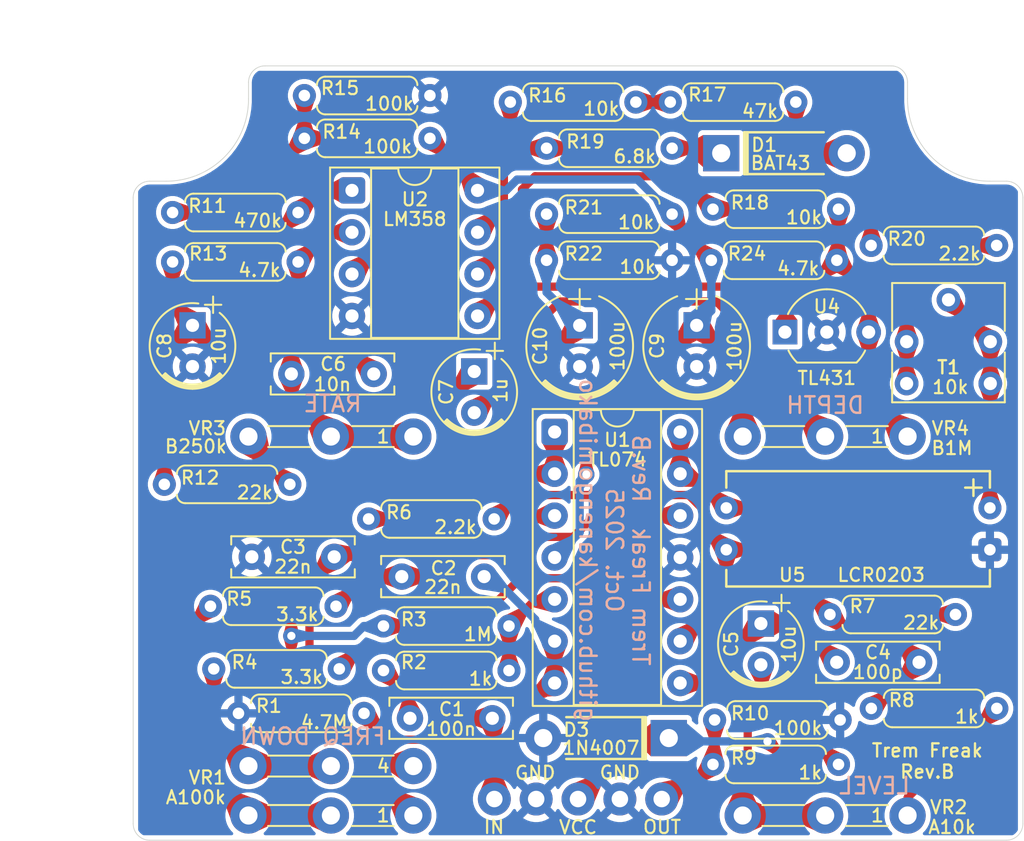
<source format=kicad_pcb>
(kicad_pcb (version 20241229) (generator "pcbnew") (generator_version "9.0")
  (layers (0 "F.Cu" signal) (2 "B.Cu" signal) (13 "F.Paste" user) (15 "B.Paste" user) (5 "F.SilkS" user "F.Silkscreen") (7 "B.SilkS" user "B.Silkscreen") (1 "F.Mask" user) (3 "B.Mask" user) (25 "Edge.Cuts" user))
  (net 0 "")
  (net 1 "Net-(U1B--)")
  (net 2 "GND")
  (net 3 "Net-(U1D--)")
  (net 4 "VCC")
  (net 5 "VB")
  (net 6 "Net-(J3-Pin_1)")
  (net 7 "Net-(J1-Pin_1)")
  (net 8 "Net-(C6-Pad1)")
  (net 9 "Net-(C7-Pad2)")
  (net 10 "+2V5")
  (net 11 "Net-(U1A--)")
  (net 12 "Net-(D1-A)")
  (net 13 "Net-(D1-K)")
  (net 14 "Net-(U1D-+)")
  (net 15 "Net-(C1-Pad1)")
  (net 16 "Net-(U1A-+)")
  (net 17 "Net-(R4-Pad1)")
  (net 18 "Net-(R5-Pad2)")
  (net 19 "Net-(U1C--)")
  (net 20 "Net-(R12-Pad1)")
  (net 21 "Net-(U2B-+)")
  (net 22 "Net-(R20-Pad1)")
  (net 23 "Net-(U2A-+)")
  (net 24 "Net-(U1B-+)")
  (net 25 "Net-(U2A--)")
  (net 26 "Net-(T1-Pad2)")
  (net 27 "Net-(C4-Pad1)")
  (net 28 "Net-(C5-Pad2)")
  (net 29 "Net-(C7-Pad1)")
  (net 30 "Net-(R8-Pad1)")
  (net 31 "Net-(R16-Pad2)")
  (net 32 "Net-(R16-Pad1)")
  (footprint "myFoot:my_R_P7.62mm_Horizontal" (layer "F.Cu") (at -1.91 5)
    (property "Reference" "R19")
    (property "Value" "6.8k")
  )
  (footprint "myFoot:my_D_P7.62mm" (layer "F.Cu") (at 8.69 5.3)
    (property "Reference" "D1")
    (property "Value" "BAT43")
  )
  (footprint "myFoot:my_pot_5mm" (layer "F.Cu") (at 15 22.5 180)
    (property "Reference" "VR4")
    (property "Value" "B1M")
  )
  (footprint "myFoot:my_R_P7.62mm_Horizontal" (layer "F.Cu") (at -8.99 1.8 180)
    (property "Reference" "R15")
    (property "Value" "100k")
  )
  (footprint "myFoot:my_R_P7.62mm_Horizontal" (layer "F.Cu") (at -1.91 11.8)
    (property "Reference" "R22")
    (property "Value" "10k")
  )
  (footprint "myFoot:my_R_P7.62mm_Horizontal" (layer "F.Cu") (at 25.42 39 180)
    (property "Reference" "R8")
    (property "Value" "1k")
  )
  (footprint "myFoot:LCR0203" (layer "F.Cu") (at 9 24.6)
    (property "Reference" "U5")
    (property "Value" "LCR0203")
  )
  (footprint "myFoot:my_R_P7.62mm_Horizontal" (layer "F.Cu") (at -4.19 34 180)
    (property "Reference" "R3")
    (property "Value" "1M")
  )
  (footprint "myFoot:my_WirePad_1mmDrill" (layer "F.Cu") (at 0 44.5 -90)
    (property "Reference" "J5" (hide yes))
    (property "Value" "VCC")
  )
  (footprint "Package_TO_SOT_THT:TO-92_Inline_Wide" (layer "F.Cu") (at 12.56 16.16)
    (property "Reference" "U4")
    (property "Value" "TL431")
  )
  (footprint "myFoot:my_R_P7.62mm_Horizontal" (layer "F.Cu") (at -16.61 4.4)
    (property "Reference" "R14")
    (property "Value" "100k")
  )
  (footprint "myFoot:my_D_P7.62mm" (layer "F.Cu") (at 5.51 40.8 180)
    (property "Reference" "D3")
    (property "Value" "1N4007")
  )
  (footprint "myFoot:my_C_D5.0mm_P2.50mm" (layer "F.Cu") (at 11.1 33.85 -90)
    (property "Reference" "C5")
    (property "Value" "10u")
  )
  (footprint "myFoot:my_pot_5mm_dual" (layer "F.Cu") (at -15 45.5 180)
    (property "Reference" "VR1")
    (property "Value" "A100k")
  )
  (footprint "myFoot:my_C_Rect1_P5.00mm" (layer "F.Cu") (at -10.7 31)
    (property "Reference" "C2")
    (property "Value" "22n")
  )
  (footprint "myFoot:my_R_P7.62mm_Horizontal" (layer "F.Cu") (at 5.6 2.2)
    (property "Reference" "R17")
    (property "Value" "47k")
  )
  (footprint "myFoot:my_R_P7.62mm_Horizontal" (layer "F.Cu") (at -1.91 9)
    (property "Reference" "R21")
    (property "Value" "10k")
  )
  (footprint "myFoot:my_C_Rect1_P5.00mm" (layer "F.Cu") (at -14.8 29.8 180)
    (property "Reference" "C3")
    (property "Value" "22n")
  )
  (footprint "myFoot:my_R_P7.62mm_Horizontal" (layer "F.Cu") (at -14.69 32.8 180)
    (property "Reference" "R5")
    (property "Value" "3.3k")
  )
  (footprint "myFoot:my_R_P7.62mm_Horizontal" (layer "F.Cu") (at 8.19 42.4)
    (property "Reference" "R9")
    (property "Value" "1k")
  )
  (footprint "myFoot:my_C_D6.3mm_P2.50mm" (layer "F.Cu") (at 0.1 15.75 -90)
    (property "Reference" "C10")
    (property "Value" "100u")
  )
  (footprint "myFoot:my_R_P7.62mm_Horizontal" (layer "F.Cu") (at -16.99 8.9 180)
    (property "Reference" "R11")
    (property "Value" "470k")
  )
  (footprint "myFoot:my_WirePad_1mmDrill" (layer "F.Cu") (at 2.54 44.5 180)
    (property "Reference" "J2" (hide yes))
    (property "Value" "GND")
  )
  (footprint "myFoot:my_R_P7.62mm_Horizontal" (layer "F.Cu") (at 15.29 33.3)
    (property "Reference" "R7")
    (property "Value" "22k")
  )
  (footprint "myFoot:my_R_P7.62mm_Horizontal" (layer "F.Cu") (at 25.41 10.9 180)
    (property "Reference" "R20")
    (property "Value" "2.2k")
  )
  (footprint "myFoot:my_WirePad_1mmDrill" (layer "F.Cu") (at 5.08 44.5 -90)
    (property "Reference" "J3" (hide yes))
    (property "Value" "OUT")
  )
  (footprint "myFoot:my_R_P7.62mm_Horizontal" (layer "F.Cu") (at -4.11 2.2)
    (property "Reference" "R16")
    (property "Value" "10k")
  )
  (footprint "Package_DIP:DIP-8_W7.62mm_Socket" (layer "F.Cu") (at -13.72 7.56)
    (property "Reference" "U2")
    (property "Value" "LM358")
  )
  (footprint "myFoot:my_R_P7.62mm_Horizontal" (layer "F.Cu") (at 8.29 39.7)
    (property "Reference" "R10")
    (property "Value" "100k")
  )
  (footprint "myFoot:my_R_P7.62mm_Horizontal" (layer "F.Cu") (at -4.19 36.7 180)
    (property "Reference" "R2")
    (property "Value" "1k")
  )
  (footprint "myFoot:my_WirePad_1mmDrill" (layer "F.Cu") (at -5.08 44.5 -90)
    (property "Reference" "J1" (hide yes))
    (property "Value" "IN")
  )
  (footprint "myFoot:my_R_P7.62mm_Horizontal" (layer "F.Cu") (at -16.99 11.9 180)
    (property "Reference" "R13")
    (property "Value" "4.7k")
  )
  (footprint "myFoot:my_R_P7.62mm_Horizontal" (layer "F.Cu") (at -17.49 25.4 180)
    (property "Reference" "R12")
    (property "Value" "22k")
  )
  (footprint "myFoot:my_R_P7.62mm_Horizontal" (layer "F.Cu") (at -12.99 39.3 180)
    (property "Reference" "R1")
    (property "Value" "4.7M")
  )
  (footprint "myFoot:my_C_D6.3mm_P2.50mm" (layer "F.Cu") (at 7.2 15.75 -90)
    (property "Reference" "C9")
    (property "Value" "100u")
  )
  (footprint "Package_DIP:DIP-14_W7.62mm_Socket" (layer "F.Cu") (at -1.42 22.22)
    (property "Reference" "U1")
    (property "Value" "TL074")
  )
  (footprint "myFoot:my_C_D5.0mm_P2.50mm" (layer "F.Cu") (at -6.3 18.55 -90)
    (property "Reference" "C7")
    (property "Value" "1u")
  )
  (footprint "myFoot:my_trim" (layer "F.Cu") (at 25.025 16.74 90)
    (property "Reference" "T1")
    (property "Value" "10k")
  )
  (footprint "myFoot:my_R_P7.62mm_Horizontal" (layer "F.Cu") (at -5.09 27.5 180)
    (property "Reference" "R6")
    (property "Value" "2.2k")
  )
  (footprint "myFoot:my_C_Rect1_P5.00mm" (layer "F.Cu") (at -17.4 18.7)
    (property "Reference" "C6")
    (property "Value" "10n")
  )
  (footprint "myFoot:my_R_P7.62mm_Horizontal" (layer "F.Cu") (at -22.11 36.6)
    (property "Reference" "R4")
    (property "Value" "3.3k")
  )
  (footprint "myFoot:my_WirePad_1mmDrill" (layer "F.Cu") (at -2.54 44.5 -90)
    (property "Reference" "J4" (hide yes))
    (property "Value" "GND")
  )
  (footprint "myFoot:my_R_P7.62mm_Horizontal" (layer "F.Cu") (at 8.19 8.7)
    (property "Reference" "R18")
    (property "Value" "10k")
  )
  (footprint "myFoot:my_C_D5.0mm_P2.50mm" (layer "F.Cu") (at -23.4 15.75 -90)
    (property "Reference" "C8")
    (property "Value" "10u")
  )
  (footprint "myFoot:my_C_Rect1_P5.00mm" (layer "F.Cu") (at -10.2 39.6)
    (property "Reference" "C1")
    (property "Value" "100n")
  )
  (footprint "myFoot:my_R_P7.62mm_Horizontal" (layer "F.Cu") (at 15.71 11.8 180)
    (property "Reference" "R24")
    (property "Value" "4.7k")
  )
  (footprint "myFoot:my_C_Rect1_P5.00mm" (layer "F.Cu") (at 15.7 36.2)
    (property "Reference" "C4")
    (property "Value" "100p")
  )
  (footprint "myFoot:my_pot_5mm" (layer "F.Cu") (at -15 22.5 180)
    (property "Reference" "VR3")
    (property "Value" "B250k")
  )
  (footprint "myFoot:my_pot_5mm" (layer "F.Cu") (at 15 45.5 180)
    (property "Reference" "VR2")
    (property "Value" "A10k")
  )
  (gr_line (start 26 47) (end -26 47) (stroke (width 0.05)) (layer "Edge.Cuts"))
  (gr_line (start -27 46) (end -27 8) (stroke (width 0.05)) (layer "Edge.Cuts"))
  (gr_line (start -26 7) (end -25 7) (stroke (width 0.05)) (layer "Edge.Cuts"))
  (gr_line (start -20 2) (end -20 1) (stroke (width 0.05)) (layer "Edge.Cuts"))
  (gr_line (start -19 0) (end 19 0) (stroke (width 0.05)) (layer "Edge.Cuts"))
  (gr_line (start 20 1) (end 20 2) (stroke (width 0.05)) (layer "Edge.Cuts"))
  (gr_line (start 25 7) (end 26 7) (stroke (width 0.05)) (layer "Edge.Cuts"))
  (gr_line (start 27 8) (end 27 46) (stroke (width 0.05)) (layer "Edge.Cuts"))
  (gr_arc (start -27 8) (mid -26.707107 7.292893) (end -26 7) (stroke (width 0.05)) (layer "Edge.Cuts"))
  (gr_arc (start -26 47) (mid -26.707107 46.707107) (end -27 46) (stroke (width 0.05)) (layer "Edge.Cuts"))
  (gr_arc (start 26 7) (mid 26.707107 7.292893) (end 27 8) (stroke (width 0.05)) (layer "Edge.Cuts"))
  (gr_arc (start 25 7) (mid 21.464466 5.535534) (end 20 2) (stroke (width 0.05)) (layer "Edge.Cuts"))
  (gr_arc (start 19 0) (mid 19.707107 0.292893) (end 20 1) (stroke (width 0.05)) (layer "Edge.Cuts"))
  (gr_arc (start -20 1) (mid -19.707107 0.292893) (end -19 0) (stroke (width 0.05)) (layer "Edge.Cuts"))
  (gr_arc (start -20 2) (mid -21.464466 5.535534) (end -25 7) (stroke (width 0.05)) (layer "Edge.Cuts"))
  (gr_arc (start 27 46) (mid 26.707107 46.707107) (end 26 47) (stroke (width 0.05)) (layer "Edge.Cuts"))
  (gr_text "Trem Freak\nRev.B" (at 21.2 42.2 0) (layer "F.SilkS") (effects (font (size 0.8 0.8) (thickness 0.14))))
  (gr_text "Trem Freak  Rev.B\nOct. 2025\ngithub.com/kanengomibako" (at 2.2 29.4 270) (layer "B.SilkS") (effects (font (size 1 1)) (justify mirror)))
  (gr_text "RATE" (at -14.9 20.5 0) (layer "B.SilkS") (effects (font (size 1 1)) (justify mirror)))
  (gr_text "FREQ DOWN" (at -16.1 40.7 0) (layer "B.SilkS") (effects (font (size 1 1)) (justify mirror)))
  (gr_text "LEVEL" (at 18 43.7 0) (layer "B.SilkS") (effects (font (size 1 1)) (justify mirror)))
  (gr_text "DEPTH" (at 15 20.6 0) (layer "B.SilkS") (effects (font (size 1 1)) (justify mirror)))
  (segment (start -1.42 34.92) (end -1.42 37.46) (width 0.5) (layer "F.Cu") (net 1))
  (segment (start -13.19 35.3) (end -14.49 36.6) (width 0.5) (layer "F.Cu") (net 1))
  (segment (start -1.42 37.46) (end -2.06 38.1) (width 0.5) (layer "F.Cu") (net 1))
  (segment (start -7.2 38.1) (end -10 35.3) (width 0.5) (layer "F.Cu") (net 1))
  (segment (start -2.06 38.1) (end -7.2 38.1) (width 0.5) (layer "F.Cu") (net 1))
  (segment (start -10 35.3) (end -13.19 35.3) (width 0.5) (layer "F.Cu") (net 1))
  (segment (start -2.6 33.6) (end -2.6 33.74) (width 0.5) (layer "B.Cu") (net 1))
  (segment (start -2.6 33.74) (end -1.42 34.92) (width 0.5) (layer "B.Cu") (net 1))
  (segment (start -5.7 31) (end -5.2 31) (width 0.5) (layer "B.Cu") (net 1))
  (segment (start -5.2 31) (end -2.6 33.6) (width 0.5) (layer "B.Cu") (net 1))
  (segment (start 6.2 24.76) (end 6.93 24.76) (width 0.5) (layer "F.Cu") (net 3))
  (segment (start 9 26.83) (end 11.63 26.83) (width 0.5) (layer "F.Cu") (net 3))
  (segment (start 6.2 22.22) (end 6.2 24.76) (width 0.5) (layer "F.Cu") (net 3))
  (segment (start 11.63 26.83) (end 18.1 33.3) (width 0.5) (layer "F.Cu") (net 3))
  (segment (start 6.93 24.76) (end 9 26.83) (width 0.5) (layer "F.Cu") (net 3))
  (segment (start 18.1 33.3) (end 22.91 33.3) (width 0.5) (layer "F.Cu") (net 3))
  (segment (start 14.3 43.8) (end 16.9 43.8) (width 0.5) (layer "F.Cu") (net 4))
  (segment (start 17.9 25.6) (end 24.5 32.2) (width 0.5) (layer "F.Cu") (net 4))
  (segment (start 8.9 19.9) (end 8.9 17.45) (width 0.5) (layer "F.Cu") (net 4))
  (segment (start 5.71 9) (end 5.71 9.42) (width 0.5) (layer "F.Cu") (net 4))
  (segment (start 0.5 22.45) (end 7.2 15.75) (width 0.5) (layer "F.Cu") (net 4))
  (segment (start 3.7 40.8) (end 0 44.5) (width 0.5) (layer "F.Cu") (net 4))
  (segment (start 0.5 24.8) (end 0.5 22.45) (width 0.5) (layer "F.Cu") (net 4))
  (segment (start 16.9 43.8) (end 24.5 36.2) (width 0.5) (layer "F.Cu") (net 4))
  (segment (start 5.71 9.42) (end 8.09 11.8) (width 0.5) (layer "F.Cu") (net 4))
  (segment (start 8.1 23.3) (end 8.1 20.7) (width 0.5) (layer "F.Cu") (net 4))
  (segment (start 10.4 25.6) (end 17.9 25.6) (width 0.5) (layer "F.Cu") (net 4))
  (segment (start 8.1 20.7) (end 8.9 19.9) (width 0.5) (layer "F.Cu") (net 4))
  (segment (start -6.1 7.56) (end -6.1 7.29) (width 0.5) (layer "F.Cu") (net 4))
  (segment (start 11.5 41) (end 14.3 43.8) (width 0.5) (layer "F.Cu") (net 4))
  (segment (start -6.1 7.29) (end -8.99 4.4) (width 0.5) (layer "F.Cu") (net 4))
  (segment (start 8.9 17.45) (end 7.2 15.75) (width 0.5) (layer "F.Cu") (net 4))
  (segment (start 10.4 25.6) (end 8.1 23.3) (width 0.5) (layer "F.Cu") (net 4))
  (segment (start 24.5 32.2) (end 24.5 36.2) (width 0.5) (layer "F.Cu") (net 4))
  (segment (start 5.51 40.8) (end 3.7 40.8) (width 0.5) (layer "F.Cu") (net 4))
  (via (at 11.5 41) (size 1) (drill 0.5) (layers "F.Cu" "B.Cu") (net 4))
  (via (at 0.5 24.8) (size 1) (drill 0.5) (layers "F.Cu" "B.Cu") (net 4))
  (segment (start 3.61 6.9) (end 5.71 9) (width 0.5) (layer "B.Cu") (net 4))
  (segment (start 5.51 40.8) (end 5.71 41) (width 0.5) (layer "B.Cu") (net 4))
  (segment (start 5.71 41) (end 11.5 41) (width 0.5) (layer "B.Cu") (net 4))
  (segment (start 8.09 14.86) (end 7.2 15.75) (width 0.5) (layer "B.Cu") (net 4))
  (segment (start -6.1 7.56) (end -4.36 7.56) (width 0.5) (layer "B.Cu") (net 4))
  (segment (start 0.5 24.8) (end 0.1 25.2) (width 0.5) (layer "B.Cu") (net 4))
  (segment (start 8.09 11.8) (end 8.09 14.86) (width 0.5) (layer "B.Cu") (net 4))
  (segment (start -3.7 6.9) (end 3.61 6.9) (width 0.5) (layer "B.Cu") (net 4))
  (segment (start 0.1 25.2) (end 0.1 28.32) (width 0.5) (layer "B.Cu") (net 4))
  (segment (start -4.36 7.56) (end -3.7 6.9) (width 0.5) (layer "B.Cu") (net 4))
  (segment (start 0.1 28.32) (end -1.42 29.84) (width 0.5) (layer "B.Cu") (net 4))
  (segment (start -0.2 31.1) (end -3.5 31.1) (width 0.5) (layer "F.Cu") (net 5))
  (segment (start -13.9 26.1) (end -7.1 26.1) (width 0.5) (layer "F.Cu") (net 5))
  (segment (start -13.2 42) (end -17.4 37.8) (width 0.5) (layer "F.Cu") (net 5))
  (segment (start 6.2 32.38) (end 1.08 32.38) (width 0.5) (layer "F.Cu") (net 5))
  (segment (start -17.4 34.6) (end -17.4 29.6) (width 0.5) (layer "F.Cu") (net 5))
  (segment (start -7.1 26.1) (end -3.3 22.3) (width 0.5) (layer "F.Cu") (net 5))
  (segment (start -1.91 9) (end -1.91 11.8) (width 0.5) (layer "F.Cu") (net 5))
  (segment (start -3.3 21.6) (end -1.6 19.9) (width 0.5) (layer "F.Cu") (net 5))
  (segment (start -6.4 34) (end -11.81 34) (width 0.5) (layer "F.Cu") (net 5))
  (segment (start 1.08 32.38) (end -0.2 31.1) (width 0.5) (layer "F.Cu") (net 5))
  (segment (start -17.4 29.6) (end -13.9 26.1) (width 0.5) (layer "F.Cu") (net 5))
  (segment (start -3.5 31.1) (end -6.4 34) (width 0.5) (layer "F.Cu") (net 5))
  (segment (start -1.6 17.45) (end 0.1 15.75) (width 0.5) (layer "F.Cu") (net 5))
  (segment (start -3.3 22.3) (end -3.3 21.6) (width 0.5) (layer "F.Cu") (net 5))
  (segment (start -13.2 42.2962) (end -13.2 42) (width 0.5) (layer "F.Cu") (net 5))
  (segment (start -1.6 19.9) (end -1.6 17.45) (width 0.5) (layer "F.Cu") (net 5))
  (segment (start -17.4 37.8) (end -17.4 34.6) (width 0.5) (layer "F.Cu") (net 5))
  (segment (start -9.9962 45.5) (end -13.2 42.2962) (width 0.5) (layer "F.Cu") (net 5))
  (via (at -17.4 34.6) (size 1) (drill 0.5) (layers "F.Cu" "B.Cu") (net 5))
  (segment (start -1.91 13.74) (end 0.1 15.75) (width 0.5) (layer "B.Cu") (net 5))
  (segment (start -13 34) (end -13.6 34.6) (width 0.5) (layer "B.Cu") (net 5))
  (segment (start -11.81 34) (end -13 34) (width 0.5) (layer "B.Cu") (net 5))
  (segment (start -13.6 34.6) (end -17.4 34.6) (width 0.5) (layer "B.Cu") (net 5))
  (segment (start -1.91 11.8) (end -1.91 13.74) (width 0.5) (layer "B.Cu") (net 5))
  (segment (start 5.08 44.5) (end 6.18 43.4) (width 0.5) (layer "F.Cu") (net 6))
  (segment (start 6.18 43.4) (end 7.19 43.4) (width 0.5) (layer "F.Cu") (net 6))
  (segment (start 7.19 43.4) (end 8.19 42.4) (width 0.5) (layer "F.Cu") (net 6))
  (segment (start 8.29 39.7) (end 8.29 42.3) (width 0.5) (layer "F.Cu") (net 6))
  (segment (start 8.29 42.3) (end 8.19 42.4) (width 0.5) (layer "F.Cu") (net 6))
  (segment (start -5.08 44.5) (end -5.08 39.72) (width 0.5) (layer "F.Cu") (net 7))
  (segment (start -12.99 39.3) (end -11.39 40.9) (width 0.5) (layer "F.Cu") (net 7))
  (segment (start -9.4 40.9) (end -8.1 39.6) (width 0.5) (layer "F.Cu") (net 7))
  (segment (start -5.08 39.72) (end -5.2 39.6) (width 0.5) (layer "F.Cu") (net 7))
  (segment (start -8.1 39.6) (end -5.2 39.6) (width 0.5) (layer "F.Cu") (net 7))
  (segment (start -11.39 40.9) (end -9.4 40.9) (width 0.5) (layer "F.Cu") (net 7))
  (segment (start -15 22.5) (end -9.9962 22.5) (width 0.5) (layer "F.Cu") (net 8))
  (segment (start -17.4 18.7) (end -17.4 20.1) (width 0.5) (layer "F.Cu") (net 8))
  (segment (start -13.72 7.56) (end -15.65 7.56) (width 0.5) (layer "F.Cu") (net 8))
  (segment (start -16.99 8.9) (end -18.5 10.41) (width 0.5) (layer "F.Cu") (net 8))
  (segment (start -18.5 15.1) (end -17.4 16.2) (width 0.5) (layer "F.Cu") (net 8))
  (segment (start -17.4 20.1) (end -15 22.5) (width 0.5) (layer "F.Cu") (net 8))
  (segment (start -17.4 16.2) (end -17.4 18.7) (width 0.5) (layer "F.Cu") (net 8))
  (segment (start -15.65 7.56) (end -16.99 8.9) (width 0.5) (layer "F.Cu") (net 8))
  (segment (start -18.5 10.41) (end -18.5 15.1) (width 0.5) (layer "F.Cu") (net 8))
  (segment (start -3 16.2) (end -1.1 14.3) (width 0.5) (layer "F.Cu") (net 9))
  (segment (start 8.4 14.3) (end 9.9962 15.8962) (width 0.5) (layer "F.Cu") (net 9))
  (segment (start -6.3 21.05) (end -3 17.75) (width 0.5) (layer "F.Cu") (net 9))
  (segment (start -3 17.75) (end -3 16.2) (width 0.5) (layer "F.Cu") (net 9))
  (segment (start -1.1 14.3) (end 8.4 14.3) (width 0.5) (layer "F.Cu") (net 9))
  (segment (start 9.9962 15.8962) (end 9.9962 22.5) (width 0.5) (layer "F.Cu") (net 9))
  (segment (start 12.56 14.95) (end 15.71 11.8) (width 0.5) (layer "F.Cu") (net 10))
  (segment (start 17.64 13.73) (end 15.71 11.8) (width 0.5) (layer "F.Cu") (net 10))
  (segment (start 17.64 16.16) (end 17.64 13.73) (width 0.5) (layer "F.Cu") (net 10))
  (segment (start 15.81 8.7) (end 15.81 11.7) (width 0.5) (layer "F.Cu") (net 10))
  (segment (start 12.56 16.16) (end 12.56 14.95) (width 0.5) (layer "F.Cu") (net 10))
  (segment (start 15.81 11.7) (end 15.71 11.8) (width 0.5) (layer "F.Cu") (net 10))
  (segment (start 17.64 20.1362) (end 20.0038 22.5) (width 0.5) (layer "F.Cu") (net 10))
  (segment (start 17.64 16.16) (end 17.64 20.1362) (width 0.5) (layer "F.Cu") (net 10))
  (segment (start -1.42 22.22) (end -1.42 24.76) (width 0.5) (layer "F.Cu") (net 11))
  (segment (start -7 27.5) (end -12.71 27.5) (width 0.5) (layer "F.Cu") (net 11))
  (segment (start -4.26 24.76) (end -7 27.5) (width 0.5) (layer "F.Cu") (net 11))
  (segment (start -1.42 24.76) (end -4.26 24.76) (width 0.5) (layer "F.Cu") (net 11))
  (segment (start 13.22 5.18) (end 9.7 8.7) (width 0.5) (layer "F.Cu") (net 12))
  (segment (start -2.6 6.7) (end 6.19 6.7) (width 0.5) (layer "F.Cu") (net 12))
  (segment (start 9.7 8.7) (end 8.19 8.7) (width 0.5) (layer "F.Cu") (net 12))
  (segment (start 13.22 2.2) (end 13.22 5.18) (width 0.5) (layer "F.Cu") (net 12))
  (segment (start -3.4 9.94) (end -3.4 7.5) (width 0.5) (layer "F.Cu") (net 12))
  (segment (start 6.19 6.7) (end 8.19 8.7) (width 0.5) (layer "F.Cu") (net 12))
  (segment (start -6.1 12.64) (end -3.4 9.94) (width 0.5) (layer "F.Cu") (net 12))
  (segment (start 13.34 5.3) (end 13.22 5.18) (width 0.5) (layer "F.Cu") (net 12))
  (segment (start 16.31 5.3) (end 13.34 5.3) (width 0.5) (layer "F.Cu") (net 12))
  (segment (start -3.4 7.5) (end -2.6 6.7) (width 0.5) (layer "F.Cu") (net 12))
  (segment (start 8.39 5) (end 8.69 5.3) (width 0.5) (layer "F.Cu") (net 13))
  (segment (start 5.71 5) (end 8.39 5) (width 0.5) (layer "F.Cu") (net 13))
  (segment (start -10.7 31) (end -12.89 31) (width 0.5) (layer "F.Cu") (net 14))
  (segment (start -3.9 29.7) (end -2.789 28.589) (width 0.5) (layer "F.Cu") (net 14))
  (segment (start -10.7 31) (end -7.9 31) (width 0.5) (layer "F.Cu") (net 14))
  (segment (start -7.9 31) (end -6.6 29.7) (width 0.5) (layer "F.Cu") (net 14))
  (segment (start 1 27.3) (end 6.2 27.3) (width 0.5) (layer "F.Cu") (net 14))
  (segment (start -0.289 28.589) (end 1 27.3) (width 0.5) (layer "F.Cu") (net 14))
  (segment (start -12.89 31) (end -14.69 32.8) (width 0.5) (layer "F.Cu") (net 14))
  (segment (start -2.789 28.589) (end -0.289 28.589) (width 0.5) (layer "F.Cu") (net 14))
  (segment (start -6.6 29.7) (end -3.9 29.7) (width 0.5) (layer "F.Cu") (net 14))
  (segment (start -10.2 39.6) (end -10.2 38.31) (width 0.5) (layer "F.Cu") (net 15))
  (segment (start -10.2 38.31) (end -11.81 36.7) (width 0.5) (layer "F.Cu") (net 15))
  (segment (start -1.42 27.3) (end -2.8 27.3) (width 0.5) (layer "F.Cu") (net 16))
  (segment (start -9.9962 42.5) (end -11.6 42.5) (width 0.5) (layer "F.Cu") (net 16))
  (segment (start -11.6 42.5) (end -16.3 37.8) (width 0.5) (layer "F.Cu") (net 16))
  (segment (start -13.8 29.8) (end -14.8 29.8) (width 0.5) (layer "F.Cu") (net 16))
  (segment (start -16.3 37.8) (end -16.3 31.3) (width 0.5) (layer "F.Cu") (net 16))
  (segment (start -2.8 27.3) (end -4.4 28.9) (width 0.5) (layer "F.Cu") (net 16))
  (segment (start -7.5 28.9) (end -8 29.4) (width 0.5) (layer "F.Cu") (net 16))
  (segment (start -13.4 29.4) (end -13.8 29.8) (width 0.5) (layer "F.Cu") (net 16))
  (segment (start -4.4 28.9) (end -7.5 28.9) (width 0.5) (layer "F.Cu") (net 16))
  (segment (start -8 29.4) (end -13.4 29.4) (width 0.5) (layer "F.Cu") (net 16))
  (segment (start -16.3 31.3) (end -14.8 29.8) (width 0.5) (layer "F.Cu") (net 16))
  (segment (start -22.11 36.6) (end -22.11 40.3938) (width 0.5) (layer "F.Cu") (net 17))
  (segment (start -20.0038 42.5) (end -15 42.5) (width 0.5) (layer "F.Cu") (net 17))
  (segment (start -22.11 40.3938) (end -20.0038 42.5) (width 0.5) (layer "F.Cu") (net 17))
  (segment (start -15 45.5) (end -20.0038 45.5) (width 0.5) (layer "F.Cu") (net 18))
  (segment (start -23.6 41.9038) (end -23.6 34.09) (width 0.5) (layer "F.Cu") (net 18))
  (segment (start -23.6 34.09) (end -22.31 32.8) (width 0.5) (layer "F.Cu") (net 18))
  (segment (start -20.0038 45.5) (end -23.6 41.9038) (width 0.5) (layer "F.Cu") (net 18))
  (segment (start 9 32.12) (end 6.2 34.92) (width 0.5) (layer "F.Cu") (net 19))
  (segment (start 7.6 27.97) (end 9 29.37) (width 0.5) (layer "F.Cu") (net 19))
  (segment (start 6.718182 26.049) (end 7.6 26.930818) (width 0.5) (layer "F.Cu") (net 19))
  (segment (start 16.79 34.8) (end 19.3 34.8) (width 0.5) (layer "F.Cu") (net 19))
  (segment (start 9 29.37) (end 11.36 29.37) (width 0.5) (layer "F.Cu") (net 19))
  (segment (start 17.9 39) (end 20.7 36.2) (width 0.5) (layer "F.Cu") (net 19))
  (segment (start 17.8 39) (end 17.9 39) (width 0.5) (layer "F.Cu") (net 19))
  (segment (start -5.09 27.5) (end -3.639 26.049) (width 0.5) (layer "F.Cu") (net 19))
  (segment (start 15.29 33.3) (end 16.79 34.8) (width 0.5) (layer "F.Cu") (net 19))
  (segment (start 11.36 29.37) (end 15.29 33.3) (width 0.5) (layer "F.Cu") (net 19))
  (segment (start 9 29.37) (end 9 32.12) (width 0.5) (layer "F.Cu") (net 19))
  (segment (start 7.6 26.930818) (end 7.6 27.97) (width 0.5) (layer "F.Cu") (net 19))
  (segment (start 19.3 34.8) (end 20.7 36.2) (width 0.5) (layer "F.Cu") (net 19))
  (segment (start -3.639 26.049) (end 6.718182 26.049) (width 0.5) (layer "F.Cu") (net 19))
  (segment (start -20.0038 22.8862) (end -17.49 25.4) (width 0.5) (layer "F.Cu") (net 20))
  (segment (start -20.0038 22.5) (end -20.0038 22.8862) (width 0.5) (layer "F.Cu") (net 20))
  (segment (start 11.1 18.6) (end 11.1 15.7) (width 0.5) (layer "F.Cu") (net 21))
  (segment (start 15 22.5) (end 11.1 18.6) (width 0.5) (layer "F.Cu") (net 21))
  (segment (start 8.8 13.4) (end -4.32 13.4) (width 0.5) (layer "F.Cu") (net 21))
  (segment (start -4.32 13.4) (end -6.1 15.18) (width 0.5) (layer "F.Cu") (net 21))
  (segment (start 11.1 15.7) (end 8.8 13.4) (width 0.5) (layer "F.Cu") (net 21))
  (segment (start 25.41 10.9) (end 23.8 10.9) (width 0.5) (layer "F.Cu") (net 22))
  (segment (start 23.8 10.9) (end 19.945 14.755) (width 0.5) (layer "F.Cu") (net 22))
  (segment (start 19.945 16.74) (end 19.945 19.28) (width 0.5) (layer "F.Cu") (net 22))
  (segment (start 19.945 14.755) (end 19.945 16.74) (width 0.5) (layer "F.Cu") (net 22))
  (segment (start -12 6.4) (end -12 10.92) (width 0.5) (layer "F.Cu") (net 23))
  (segment (start -21.11 8.9) (end -16.61 4.4) (width 0.5) (layer "F.Cu") (net 23))
  (segment (start -14 4.4) (end -12 6.4) (width 0.5) (layer "F.Cu") (net 23))
  (segment (start -16.61 4.4) (end -14 4.4) (width 0.5) (layer "F.Cu") (net 23))
  (segment (start -16.61 1.8) (end -16.61 4.4) (width 0.5) (layer "F.Cu") (net 23))
  (segment (start -12 10.92) (end -13.72 12.64) (width 0.5) (layer "F.Cu") (net 23))
  (segment (start -24.61 8.9) (end -21.11 8.9) (width 0.5) (layer "F.Cu") (net 23))
  (segment (start -2.57 32.38) (end -4.19 34) (width 0.5) (layer "F.Cu") (net 24))
  (segment (start -1.42 32.38) (end -2.57 32.38) (width 0.5) (layer "F.Cu") (net 24))
  (segment (start -4.19 36.7) (end -4.19 34) (width 0.5) (layer "F.Cu") (net 24))
  (segment (start -13.72 10.1) (end -15.19 10.1) (width 0.5) (layer "F.Cu") (net 25))
  (segment (start -16.99 14.11) (end -12.4 18.7) (width 0.5) (layer "F.Cu") (net 25))
  (segment (start -15.19 10.1) (end -16.99 11.9) (width 0.5) (layer "F.Cu") (net 25))
  (segment (start -16.99 11.9) (end -16.99 14.11) (width 0.5) (layer "F.Cu") (net 25))
  (segment (start 25.025 19.28) (end 25.025 16.74) (width 0.5) (layer "F.Cu") (net 26))
  (segment (start 25.025 26.805) (end 25 26.83) (width 0.5) (layer "F.Cu") (net 26))
  (segment (start 22.485 14.2) (end 25.025 16.74) (width 0.5) (layer "F.Cu") (net 26))
  (segment (start 25.025 19.28) (end 25.025 26.805) (width 0.5) (layer "F.Cu") (net 26))
  (segment (start 10.3 42.3) (end 9.9962 42.6038) (width 0.5) (layer "F.Cu") (net 27))
  (segment (start 9.2 37.2) (end 10.3 38.3) (width 0.5) (layer "F.Cu") (net 27))
  (segment (start 13.35 33.85) (end 15.7 36.2) (width 0.5) (layer "F.Cu") (net 27))
  (segment (start 11.1 33.85) (end 13.35 33.85) (width 0.5) (layer "F.Cu") (net 27))
  (segment (start 9.2 35.75) (end 9.2 37.2) (width 0.5) (layer "F.Cu") (net 27))
  (segment (start 6.2 37.46) (end 8.94 37.46) (width 0.5) (layer "F.Cu") (net 27))
  (segment (start 9.9962 45.5) (end 15 45.5) (width 0.5) (layer "F.Cu") (net 27))
  (segment (start 11.1 33.85) (end 9.2 35.75) (width 0.5) (layer "F.Cu") (net 27))
  (segment (start 9.9962 42.6038) (end 9.9962 45.5) (width 0.5) (layer "F.Cu") (net 27))
  (segment (start 10.3 38.3) (end 10.3 42.3) (width 0.5) (layer "F.Cu") (net 27))
  (segment (start 8.94 37.46) (end 9.2 37.2) (width 0.5) (layer "F.Cu") (net 27))
  (segment (start 11.1 37.69) (end 15.81 42.4) (width 0.5) (layer "F.Cu") (net 28))
  (segment (start 11.1 36.35) (end 11.1 37.69) (width 0.5) (layer "F.Cu") (net 28))
  (segment (start -9.3 24.2) (end -15.9 24.2) (width 0.5) (layer "F.Cu") (net 29))
  (segment (start -8.3 20.55) (end -8.3 23.2) (width 0.5) (layer "F.Cu") (net 29))
  (segment (start -24.61 11.9) (end -24.61 14.54) (width 0.5) (layer "F.Cu") (net 29))
  (segment (start -8.3 23.2) (end -9.3 24.2) (width 0.5) (layer "F.Cu") (net 29))
  (segment (start -6.3 18.55) (end -8.3 20.55) (width 0.5) (layer "F.Cu") (net 29))
  (segment (start -15.9 24.2) (end -18.65 21.45) (width 0.5) (layer "F.Cu") (net 29))
  (segment (start -18.65 21.45) (end -18.65 20.5) (width 0.5) (layer "F.Cu") (net 29))
  (segment (start -25.11 17.46) (end -25.11 25.4) (width 0.5) (layer "F.Cu") (net 29))
  (segment (start -18.65 20.5) (end -23.4 15.75) (width 0.5) (layer "F.Cu") (net 29))
  (segment (start -24.61 14.54) (end -23.4 15.75) (width 0.5) (layer "F.Cu") (net 29))
  (segment (start -23.4 15.75) (end -25.11 17.46) (width 0.5) (layer "F.Cu") (net 29))
  (segment (start 25.42 39) (end 20.0038 44.4162) (width 0.5) (layer "F.Cu") (net 30))
  (segment (start 20.0038 44.4162) (end 20.0038 45.5) (width 0.5) (layer "F.Cu") (net 30))
  (segment (start 3.51 2.2) (end 5.6 2.2) (width 0.5) (layer "F.Cu") (net 31))
  (segment (start 2.1 5) (end -1.91 5) (width 0.5) (layer "F.Cu") (net 32))
  (segment (start 17.79 10.9) (end 17.79 8.01) (width 0.5) (layer "F.Cu") (net 32))
  (segment (start 9.4 0.9) (end 6.7 3.6) (width 0.5) (layer "F.Cu") (net 32))
  (segment (start -4.11 2.2) (end -4.11 4.49) (width 0.5) (layer "F.Cu") (net 32))
  (segment (start 18.4 4.6) (end 14.7 0.9) (width 0.5) (layer "F.Cu") (net 32))
  (segment (start 17.79 8.01) (end 18.4 7.4) (width 0.5) (layer "F.Cu") (net 32))
  (segment (start 6.7 3.6) (end 3.5 3.6) (width 0.5) (layer "F.Cu") (net 32))
  (segment (start -6.1 10.1) (end -4.5 8.5) (width 0.5) (layer "F.Cu") (net 32))
  (segment (start -3.6 5) (end -1.91 5) (width 0.5) (layer "F.Cu") (net 32))
  (segment (start -4.5 8.5) (end -4.5 5.9) (width 0.5) (layer "F.Cu") (net 32))
  (segment (start -4.5 5.9) (end -3.6 5) (width 0.5) (layer "F.Cu") (net 32))
  (segment (start 18.4 7.4) (end 18.4 4.6) (width 0.5) (layer "F.Cu") (net 32))
  (segment (start 14.7 0.9) (end 9.4 0.9) (width 0.5) (layer "F.Cu") (net 32))
  (segment (start -4.11 4.49) (end -3.6 5) (width 0.5) (layer "F.Cu") (net 32))
  (segment (start 3.5 3.6) (end 2.1 5) (width 0.5) (layer "F.Cu") (net 32))
  (zone (net 2) (net_name "GND") (layer "B.Cu") (connect_pads (clearance 0.3)) (min_thickness 0.2) (fill yes (thermal_gap 0.4) (thermal_bridge_width 0.5))
    (polygon (pts (xy 26.7 46.7) (xy -26.7 46.7) (xy -26.7 0.3) (xy 26.7 0.3)))
  )
)
</source>
